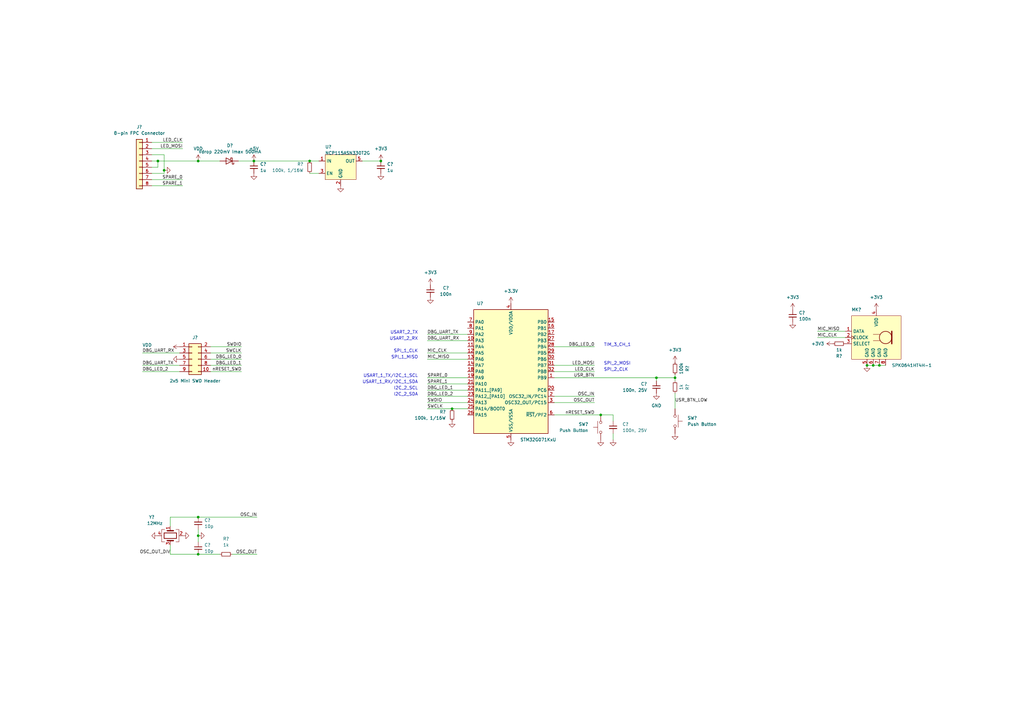
<source format=kicad_sch>
(kicad_sch (version 20230121) (generator eeschema)
  (paper "A3")
  (lib_symbols
    (symbol "Connector_Generic:Conn_01x08" (pin_names (offset 1.016) hide)
      (property "Reference" "J" (at 0 10.16 0))
      (property "Value" "Conn_01x08" (at 0 -12.7 0))
      (symbol "Conn_01x08_1_1"
        (rectangle (start -1.27 -10.033) (end 0 -10.287) (stroke (width 0.1524)))
        (rectangle (start -1.27 -7.493) (end 0 -7.747) (stroke (width 0.1524)))
        (rectangle (start -1.27 -4.953) (end 0 -5.207) (stroke (width 0.1524)))
        (rectangle (start -1.27 -2.413) (end 0 -2.667) (stroke (width 0.1524)))
        (rectangle (start -1.27 0.127) (end 0 -0.127) (stroke (width 0.1524)))
        (rectangle (start -1.27 2.667) (end 0 2.413) (stroke (width 0.1524)))
        (rectangle (start -1.27 5.207) (end 0 4.953) (stroke (width 0.1524)))
        (rectangle (start -1.27 7.747) (end 0 7.493) (stroke (width 0.1524)))
        (rectangle (start -1.27 8.89) (end 1.27 -11.43) (stroke (width 0.254)) (fill (type background)))
        (pin passive line (at -5.08 7.62 0) (length 3.81) (name "Pin_1") (number "1"))
        (pin passive line (at -5.08 5.08 0) (length 3.81) (name "Pin_2") (number "2"))
        (pin passive line (at -5.08 2.54 0) (length 3.81) (name "Pin_3") (number "3"))
        (pin passive line (at -5.08 0 0) (length 3.81) (name "Pin_4") (number "4"))
        (pin passive line (at -5.08 -2.54 0) (length 3.81) (name "Pin_5") (number "5"))
        (pin passive line (at -5.08 -5.08 0) (length 3.81) (name "Pin_6") (number "6"))
        (pin passive line (at -5.08 -7.62 0) (length 3.81) (name "Pin_7") (number "7"))
        (pin passive line (at -5.08 -10.16 0) (length 3.81) (name "Pin_8") (number "8"))
      )
    )
    (symbol "Connector_Generic:Conn_02x05_Odd_Even" (pin_names (offset 1.016) hide)
      (property "Reference" "J" (at 1.27 7.62 0))
      (property "Value" "Conn_02x05_Odd_Even" (at 1.27 -7.62 0))
      (symbol "Conn_02x05_Odd_Even_1_1"
        (rectangle (start -1.27 -4.953) (end 0 -5.207) (stroke (width 0.1524)))
        (rectangle (start -1.27 -2.413) (end 0 -2.667) (stroke (width 0.1524)))
        (rectangle (start -1.27 0.127) (end 0 -0.127) (stroke (width 0.1524)))
        (rectangle (start -1.27 2.667) (end 0 2.413) (stroke (width 0.1524)))
        (rectangle (start -1.27 5.207) (end 0 4.953) (stroke (width 0.1524)))
        (rectangle (start -1.27 6.35) (end 3.81 -6.35) (stroke (width 0.254)) (fill (type background)))
        (rectangle (start 3.81 -4.953) (end 2.54 -5.207) (stroke (width 0.1524)))
        (rectangle (start 3.81 -2.413) (end 2.54 -2.667) (stroke (width 0.1524)))
        (rectangle (start 3.81 0.127) (end 2.54 -0.127) (stroke (width 0.1524)))
        (rectangle (start 3.81 2.667) (end 2.54 2.413) (stroke (width 0.1524)))
        (rectangle (start 3.81 5.207) (end 2.54 4.953) (stroke (width 0.1524)))
        (pin passive line (at -5.08 5.08 0) (length 3.81) (name "Pin_1") (number "1"))
        (pin passive line (at 7.62 -5.08 180) (length 3.81) (name "Pin_10") (number "10"))
        (pin passive line (at 7.62 5.08 180) (length 3.81) (name "Pin_2") (number "2"))
        (pin passive line (at -5.08 2.54 0) (length 3.81) (name "Pin_3") (number "3"))
        (pin passive line (at 7.62 2.54 180) (length 3.81) (name "Pin_4") (number "4"))
        (pin passive line (at -5.08 0 0) (length 3.81) (name "Pin_5") (number "5"))
        (pin passive line (at 7.62 0 180) (length 3.81) (name "Pin_6") (number "6"))
        (pin passive line (at -5.08 -2.54 0) (length 3.81) (name "Pin_7") (number "7"))
        (pin passive line (at 7.62 -2.54 180) (length 3.81) (name "Pin_8") (number "8"))
        (pin passive line (at -5.08 -5.08 0) (length 3.81) (name "Pin_9") (number "9"))
      )
    )
    (symbol "Device:C_Small" (pin_numbers hide) (pin_names (offset 0.254) hide)
      (property "Reference" "C" (at 0.254 1.778 0))
      (property "Value" "C_Small" (at 0.254 -2.032 0))
      (symbol "C_Small_0_1"
        (polyline (pts (xy -1.524 -0.508) (xy 1.524 -0.508)) (stroke (width 0.3302)))
        (polyline (pts (xy -1.524 0.508) (xy 1.524 0.508)) (stroke (width 0.3048)))
      )
      (symbol "C_Small_1_1"
        (pin passive line (at 0 2.54 270) (length 2.032) (name "~") (number "1"))
        (pin passive line (at 0 -2.54 90) (length 2.032) (name "~") (number "2"))
      )
    )
    (symbol "Device:Crystal_GND24" (pin_names (offset 1.016) hide)
      (property "Reference" "Y" (at 3.175 5.08 0))
      (property "Value" "Crystal_GND24" (at 3.175 3.175 0))
      (symbol "Crystal_GND24_0_1"
        (rectangle (start -1.143 2.54) (end 1.143 -2.54) (stroke (width 0.3048)))
        (polyline (pts (xy -2.54 0) (xy -2.032 0)))
        (polyline (pts (xy -2.032 -1.27) (xy -2.032 1.27)) (stroke (width 0.508)))
        (polyline (pts (xy 0 -3.81) (xy 0 -3.556)))
        (polyline (pts (xy 0 3.556) (xy 0 3.81)))
        (polyline (pts (xy 2.032 -1.27) (xy 2.032 1.27)) (stroke (width 0.508)))
        (polyline (pts (xy 2.032 0) (xy 2.54 0)))
        (polyline (pts (xy -2.54 -2.286) (xy -2.54 -3.556) (xy 2.54 -3.556) (xy 2.54 -2.286)))
        (polyline (pts (xy -2.54 2.286) (xy -2.54 3.556) (xy 2.54 3.556) (xy 2.54 2.286)))
      )
      (symbol "Crystal_GND24_1_1"
        (pin passive line (at -3.81 0 0) (length 1.27) (name "1") (number "1"))
        (pin passive line (at 0 5.08 270) (length 1.27) (name "2") (number "2"))
        (pin passive line (at 3.81 0 180) (length 1.27) (name "3") (number "3"))
        (pin passive line (at 0 -5.08 90) (length 1.27) (name "4") (number "4"))
      )
    )
    (symbol "Device:D_Schottky" (pin_numbers hide) (pin_names (offset 1.016) hide)
      (property "Reference" "D" (at 0 2.54 0))
      (property "Value" "D_Schottky" (at 0 -2.54 0))
      (symbol "D_Schottky_0_1"
        (polyline (pts (xy 1.27 0) (xy -1.27 0)))
        (polyline (pts (xy 1.27 1.27) (xy 1.27 -1.27) (xy -1.27 0) (xy 1.27 1.27)) (stroke (width 0.254)))
        (polyline (pts (xy -1.905 0.635) (xy -1.905 1.27) (xy -1.27 1.27) (xy -1.27 -1.27) (xy -0.635 -1.27) (xy -0.635 -0.635)) (stroke (width 0.254)))
      )
      (symbol "D_Schottky_1_1"
        (pin passive line (at -3.81 0 0) (length 2.54) (name "K") (number "1"))
        (pin passive line (at 3.81 0 180) (length 2.54) (name "A") (number "2"))
      )
    )
    (symbol "Device:R_Small" (pin_numbers hide) (pin_names (offset 0.254) hide)
      (property "Reference" "R" (at 0.762 0.508 0))
      (property "Value" "R_Small" (at 0.762 -1.016 0))
      (symbol "R_Small_0_1"
        (rectangle (start -0.762 1.778) (end 0.762 -1.778) (stroke (width 0.2032)))
      )
      (symbol "R_Small_1_1"
        (pin passive line (at 0 2.54 270) (length 0.762) (name "~") (number "1"))
        (pin passive line (at 0 -2.54 90) (length 0.762) (name "~") (number "2"))
      )
    )
    (symbol "MCU_ST_STM32G0:STM32G071KxU"
      (property "Reference" "U" (at -15.24 26.67 0))
      (property "Value" "STM32G071KxU" (at 1.27 26.67 0))
      (symbol "STM32G071KxU_0_1"
        (rectangle (start -15.24 -25.4) (end 15.24 25.4) (stroke (width 0.254)) (fill (type background)))
      )
      (symbol "STM32G071KxU_1_1"
        (pin bidirectional line (at 17.78 -2.54 180) (length 2.54) (name "PB9") (number "1"))
        (pin bidirectional line (at -17.78 12.7 0) (length 2.54) (name "PA3") (number "10"))
        (pin bidirectional line (at -17.78 10.16 0) (length 2.54) (name "PA4") (number "11"))
        (pin bidirectional line (at -17.78 7.62 0) (length 2.54) (name "PA5") (number "12"))
        (pin bidirectional line (at -17.78 5.08 0) (length 2.54) (name "PA6") (number "13"))
        (pin bidirectional line (at -17.78 2.54 0) (length 2.54) (name "PA7") (number "14"))
        (pin bidirectional line (at 17.78 20.32 180) (length 2.54) (name "PB0") (number "15"))
        (pin bidirectional line (at 17.78 17.78 180) (length 2.54) (name "PB1") (number "16"))
        (pin bidirectional line (at 17.78 15.24 180) (length 2.54) (name "PB2") (number "17"))
        (pin bidirectional line (at -17.78 0 0) (length 2.54) (name "PA8") (number "18"))
        (pin bidirectional line (at -17.78 -2.54 0) (length 2.54) (name "PA9") (number "19"))
        (pin bidirectional line (at 17.78 -10.16 180) (length 2.54) (name "OSC32_IN/PC14") (number "2"))
        (pin bidirectional line (at 17.78 -7.62 180) (length 2.54) (name "PC6") (number "20"))
        (pin bidirectional line (at -17.78 -5.08 0) (length 2.54) (name "PA10") (number "21"))
        (pin bidirectional line (at -17.78 -7.62 0) (length 2.54) (name "PA11_[PA9]") (number "22"))
        (pin bidirectional line (at -17.78 -10.16 0) (length 2.54) (name "PA12_[PA10]") (number "23"))
        (pin bidirectional line (at -17.78 -12.7 0) (length 2.54) (name "PA13") (number "24"))
        (pin bidirectional line (at -17.78 -15.24 0) (length 2.54) (name "PA14/BOOT0") (number "25"))
        (pin bidirectional line (at -17.78 -17.78 0) (length 2.54) (name "PA15") (number "26"))
        (pin bidirectional line (at 17.78 12.7 180) (length 2.54) (name "PB3") (number "27"))
        (pin bidirectional line (at 17.78 10.16 180) (length 2.54) (name "PB4") (number "28"))
        (pin bidirectional line (at 17.78 7.62 180) (length 2.54) (name "PB5") (number "29"))
        (pin bidirectional line (at 17.78 -12.7 180) (length 2.54) (name "OSC32_OUT/PC15") (number "3"))
        (pin bidirectional line (at 17.78 5.08 180) (length 2.54) (name "PB6") (number "30"))
        (pin bidirectional line (at 17.78 2.54 180) (length 2.54) (name "PB7") (number "31"))
        (pin bidirectional line (at 17.78 0 180) (length 2.54) (name "PB8") (number "32"))
        (pin passive line (at 0 -27.94 90) (length 2.54) hide (name "VSS/VSSA") (number "33"))
        (pin power_in line (at 0 27.94 270) (length 2.54) (name "VDD/VDDA") (number "4"))
        (pin power_in line (at 0 -27.94 90) (length 2.54) (name "VSS/VSSA") (number "5"))
        (pin bidirectional line (at 17.78 -17.78 180) (length 2.54) (name "~{RST}/PF2") (number "6"))
        (pin bidirectional line (at -17.78 20.32 0) (length 2.54) (name "PA0") (number "7"))
        (pin bidirectional line (at -17.78 17.78 0) (length 2.54) (name "PA1") (number "8"))
        (pin bidirectional line (at -17.78 15.24 0) (length 2.54) (name "PA2") (number "9"))
      )
    )
    (symbol "Switch:SW_Push" (pin_numbers hide) (pin_names (offset 1.016) hide)
      (property "Reference" "SW" (at 1.27 2.54 0))
      (property "Value" "SW_Push" (at 0 -1.524 0))
      (symbol "SW_Push_0_1"
        (circle (center -2.032 0) (radius 0.508))
        (polyline (pts (xy 0 1.27) (xy 0 3.048)))
        (polyline (pts (xy 2.54 1.27) (xy -2.54 1.27)))
        (circle (center 2.032 0) (radius 0.508))
        (pin passive line (at -5.08 0 0) (length 2.54) (name "1") (number "1"))
        (pin passive line (at 5.08 0 180) (length 2.54) (name "2") (number "2"))
      )
    )
    (symbol "power:+3.3V" (power) (pin_names (offset 0))
      (property "Value" "+3.3V" (at 0 3.556 0))
      (symbol "+3.3V_0_1"
        (polyline (pts (xy -0.762 1.27) (xy 0 2.54)))
        (polyline (pts (xy 0 0) (xy 0 2.54)))
        (polyline (pts (xy 0 2.54) (xy 0.762 1.27)))
      )
      (symbol "+3.3V_1_1"
        (pin power_in line (at 0 0 90) (length 0) hide (name "+3.3V") (number "1"))
      )
    )
    (symbol "power:+3V3" (power) (pin_names (offset 0))
      (property "Value" "+3V3" (at 0 3.556 0))
      (symbol "+3V3_0_1"
        (polyline (pts (xy -0.762 1.27) (xy 0 2.54)))
        (polyline (pts (xy 0 0) (xy 0 2.54)))
        (polyline (pts (xy 0 2.54) (xy 0.762 1.27)))
      )
      (symbol "+3V3_1_1"
        (pin power_in line (at 0 0 90) (length 0) hide (name "+3V3") (number "1"))
      )
    )
    (symbol "power:+5V" (power) (pin_names (offset 0))
      (property "Value" "+5V" (at 0 3.556 0))
      (symbol "+5V_0_1"
        (polyline (pts (xy -0.762 1.27) (xy 0 2.54)))
        (polyline (pts (xy 0 0) (xy 0 2.54)))
        (polyline (pts (xy 0 2.54) (xy 0.762 1.27)))
      )
      (symbol "+5V_1_1"
        (pin power_in line (at 0 0 90) (length 0) hide (name "+5V") (number "1"))
      )
    )
    (symbol "power:GND" (power) (pin_names (offset 0))
      (property "Value" "GND" (at 0 -3.81 0))
      (symbol "GND_0_1"
        (polyline (pts (xy 0 0) (xy 0 -1.27) (xy 1.27 -1.27) (xy 0 -2.54) (xy -1.27 -1.27) (xy 0 -1.27)))
      )
      (symbol "GND_1_1"
        (pin power_in line (at 0 0 270) (length 0) hide (name "GND") (number "1"))
      )
    )
    (symbol "power:VDD" (power) (pin_names (offset 0))
      (property "Value" "VDD" (at 0 3.81 0))
      (symbol "VDD_0_1"
        (polyline (pts (xy -0.762 1.27) (xy 0 2.54)))
        (polyline (pts (xy 0 0) (xy 0 2.54)))
        (polyline (pts (xy 0 2.54) (xy 0.762 1.27)))
      )
      (symbol "VDD_1_1"
        (pin power_in line (at 0 0 90) (length 0) hide (name "VDD") (number "1"))
      )
    )
    (symbol "rave_shades:NCP115ASN330T2G"
      (property "Reference" "U" (at -6.35 5.08 0))
      (property "Value" "NCP115ASN330T2G" (at 2.54 -7.62 0))
      (symbol "NCP115ASN330T2G_0_1"
        (rectangle (start -6.35 5.08) (end 6.35 -5.08) (fill (type background)))
      )
      (symbol "NCP115ASN330T2G_1_1"
        (pin power_in line (at -8.89 2.54 0) (length 2.54) (name "IN") (number "1"))
        (pin power_in line (at 0 -7.62 90) (length 2.54) (name "GND") (number "2"))
        (pin input line (at -8.89 -2.54 0) (length 2.54) (name "EN") (number "3"))
        (pin power_out line (at 8.89 2.54 180) (length 2.54) (name "OUT") (number "5"))
      )
    )
    (symbol "rave_shades:SPK0641HT4H-1" (pin_names (offset 0.635))
      (property "Reference" "MK?" (at 11.43 1.2701 0))
      (property "Value" "SPK0641HT4H-1" (at 11.43 -1.2699 0))
      (symbol "SPK0641HT4H-1_0_1"
        (rectangle (start -10.16 8.89) (end 10.16 -8.89) (fill (type background)))
      )
      (symbol "SPK0641HT4H-1_1_1"
        (polyline (pts (xy 1.5494 1.27) (xy -1.27 1.27)))
        (polyline (pts (xy 1.6002 -1.27) (xy -1.27 -1.27)))
        (polyline (pts (xy 6.35 2.54) (xy 6.35 -2.54)) (stroke (width 0.508)))
        (circle (center 3.81 0) (radius 2.54) (stroke (width 0.254)))
        (pin output line (at -12.7 2.54 0) (length 2.54) (name "DATA") (number "1"))
        (pin input clock (at -12.7 0 0) (length 2.54) (name "CLOCK") (number "2"))
        (pin input line (at -12.7 -2.54 0) (length 2.54) (name "SELECT") (number "3"))
        (pin power_in line (at 0 11.43 270) (length 2.54) (name "VDD") (number "4"))
        (pin power_in line (at -3.81 -11.43 90) (length 2.54) (name "GND") (number "5"))
        (pin power_in line (at -1.27 -11.43 90) (length 2.54) (name "GND") (number "6"))
        (pin power_in line (at 1.27 -11.43 90) (length 2.54) (name "GND") (number "7"))
        (pin power_in line (at 3.81 -11.43 90) (length 2.54) (name "GND") (number "8"))
      )
    )
  )
  (junction (at 358.14 149.86))
  (junction (at 156.21 66.04))
  (junction (at 246.38 170.18))
  (junction (at 64.77 66.04))
  (junction (at 185.42 167.64))
  (junction (at 67.31 69.85))
  (junction (at 81.28 212.09))
  (junction (at 276.86 154.94))
  (junction (at 127 66.04))
  (junction (at 360.68 149.86))
  (junction (at 81.28 66.04))
  (junction (at 104.14 66.04))
  (junction (at 81.28 227.33))
  (junction (at 355.6 149.86))
  (junction (at 269.24 154.94))
  (junction (at 81.28 219.71))
  (wire (pts (xy 62.23 68.58) (xy 64.77 68.58)))
  (wire (pts (xy 69.85 227.33) (xy 81.28 227.33)))
  (wire (pts (xy 81.28 219.71) (xy 81.28 222.25)))
  (wire (pts (xy 69.85 212.09) (xy 81.28 212.09)))
  (wire (pts (xy 58.42 149.86) (xy 73.66 149.86)))
  (wire (pts (xy 69.85 212.09) (xy 69.85 215.9)))
  (wire (pts (xy 175.26 139.7) (xy 191.77 139.7)))
  (wire (pts (xy 69.85 223.52) (xy 69.85 227.33)))
  (wire (pts (xy 64.77 68.58) (xy 64.77 66.04)))
  (wire (pts (xy 276.86 161.29) (xy 276.86 167.64)))
  (wire (pts (xy 175.26 167.64) (xy 185.42 167.64)))
  (wire (pts (xy 269.24 154.94) (xy 269.24 156.21)))
  (wire (pts (xy 58.42 152.4) (xy 73.66 152.4)))
  (wire (pts (xy 62.23 73.66) (xy 74.93 73.66)))
  (wire (pts (xy 62.23 60.96) (xy 74.93 60.96)))
  (wire (pts (xy 62.23 76.2) (xy 74.93 76.2)))
  (wire (pts (xy 276.86 153.67) (xy 276.86 154.94)))
  (wire (pts (xy 81.28 212.09) (xy 105.41 212.09)))
  (wire (pts (xy 95.25 227.33) (xy 105.41 227.33)))
  (wire (pts (xy 175.26 154.94) (xy 191.77 154.94)))
  (wire (pts (xy 127 66.04) (xy 130.81 66.04)))
  (wire (pts (xy 64.77 66.04) (xy 81.28 66.04)))
  (wire (pts (xy 175.26 144.78) (xy 191.77 144.78)))
  (wire (pts (xy 62.23 63.5) (xy 67.31 63.5)))
  (wire (pts (xy 185.42 167.64) (xy 191.77 167.64)))
  (wire (pts (xy 81.28 217.17) (xy 81.28 219.71)))
  (wire (pts (xy 251.46 177.8) (xy 251.46 180.34)))
  (wire (pts (xy 97.79 66.04) (xy 104.14 66.04)))
  (wire (pts (xy 269.24 154.94) (xy 276.86 154.94)))
  (wire (pts (xy 104.14 66.04) (xy 127 66.04)))
  (wire (pts (xy 67.31 71.12) (xy 62.23 71.12)))
  (wire (pts (xy 86.36 144.78) (xy 99.06 144.78)))
  (wire (pts (xy 246.38 170.18) (xy 251.46 170.18)))
  (wire (pts (xy 86.36 142.24) (xy 99.06 142.24)))
  (wire (pts (xy 358.14 149.86) (xy 360.68 149.86)))
  (wire (pts (xy 227.33 162.56) (xy 243.84 162.56)))
  (wire (pts (xy 86.36 152.4) (xy 99.06 152.4)))
  (wire (pts (xy 81.28 227.33) (xy 90.17 227.33)))
  (wire (pts (xy 175.26 160.02) (xy 191.77 160.02)))
  (wire (pts (xy 227.33 149.86) (xy 243.84 149.86)))
  (wire (pts (xy 355.6 149.86) (xy 358.14 149.86)))
  (wire (pts (xy 175.26 165.1) (xy 191.77 165.1)))
  (wire (pts (xy 67.31 69.85) (xy 67.31 71.12)))
  (wire (pts (xy 175.26 137.16) (xy 191.77 137.16)))
  (wire (pts (xy 86.36 149.86) (xy 99.06 149.86)))
  (wire (pts (xy 58.42 144.78) (xy 73.66 144.78)))
  (wire (pts (xy 86.36 147.32) (xy 99.06 147.32)))
  (wire (pts (xy 335.28 138.43) (xy 346.71 138.43)))
  (wire (pts (xy 62.23 66.04) (xy 64.77 66.04)))
  (wire (pts (xy 276.86 154.94) (xy 276.86 156.21)))
  (wire (pts (xy 67.31 63.5) (xy 67.31 69.85)))
  (wire (pts (xy 148.59 66.04) (xy 156.21 66.04)))
  (wire (pts (xy 227.33 154.94) (xy 269.24 154.94)))
  (wire (pts (xy 227.33 142.24) (xy 243.84 142.24)))
  (wire (pts (xy 227.33 170.18) (xy 246.38 170.18)))
  (wire (pts (xy 360.68 149.86) (xy 363.22 149.86)))
  (wire (pts (xy 335.28 135.89) (xy 346.71 135.89)))
  (wire (pts (xy 251.46 170.18) (xy 251.46 172.72)))
  (wire (pts (xy 175.26 147.32) (xy 191.77 147.32)))
  (wire (pts (xy 81.28 66.04) (xy 90.17 66.04)))
  (wire (pts (xy 227.33 152.4) (xy 243.84 152.4)))
  (wire (pts (xy 227.33 165.1) (xy 243.84 165.1)))
  (wire (pts (xy 175.26 157.48) (xy 191.77 157.48)))
  (wire (pts (xy 175.26 162.56) (xy 191.77 162.56)))
  (wire (pts (xy 62.23 58.42) (xy 74.93 58.42)))
  (wire (pts (xy 127 71.12) (xy 130.81 71.12)))
  (text "SPI_2_MOSI" (at 247.65 149.86 0) (effects (font (size 1.27 1.27)) (justify left bottom)))
  (text "I2C_2_SCL" (at 171.45 160.02 0) (effects (font (size 1.27 1.27)) (justify right bottom)))
  (text "USART_2_RX" (at 171.45 139.7 0) (effects (font (size 1.27 1.27)) (justify right bottom)))
  (text "SPI_1_CLK" (at 171.45 144.78 0) (effects (font (size 1.27 1.27)) (justify right bottom)))
  (text "SPI_2_CLK" (at 247.65 152.4 0) (effects (font (size 1.27 1.27)) (justify left bottom)))
  (text "I2C_2_SDA" (at 171.45 162.56 0) (effects (font (size 1.27 1.27)) (justify right bottom)))
  (text "TIM_3_CH_1" (at 247.65 142.24 0) (effects (font (size 1.27 1.27)) (justify left bottom)))
  (text "USART_2_TX" (at 171.45 137.16 0) (effects (font (size 1.27 1.27)) (justify right bottom)))
  (text "USART_1_TX/I2C_1_SCL" (at 171.45 154.94 0) (effects (font (size 1.27 1.27)) (justify right bottom)))
  (text "SPI_1_MISO" (at 171.45 147.32 0) (effects (font (size 1.27 1.27)) (justify right bottom)))
  (text "USART_1_RX/I2C_1_SDA" (at 171.45 157.48 0) (effects (font (size 1.27 1.27)) (justify right bottom)))
  (label "MIC_CLK" (at 335.28 138.43 0))
  (label "nRESET_SWD" (at 99.06 152.4 180))
  (label "SPARE_0" (at 175.26 154.94 0))
  (label "LED_CLK" (at 74.93 58.42 180))
  (label "MIC_MISO" (at 175.26 147.32 0))
  (label "SPARE_1" (at 175.26 157.48 0))
  (label "DBG_UART_RX" (at 58.42 144.78 0))
  (label "DBG_LED_1" (at 99.06 149.86 180))
  (label "SWDIO" (at 175.26 165.1 0))
  (label "LED_MOSI" (at 243.84 149.86 180))
  (label "nRESET_SWD" (at 243.84 170.18 180))
  (label "OSC_IN" (at 243.84 162.56 180))
  (label "LED_CLK" (at 243.84 152.4 180))
  (label "OSC_OUT" (at 105.41 227.33 180))
  (label "SPARE_0" (at 74.93 73.66 180))
  (label "SWCLK" (at 175.26 167.64 0))
  (label "SWCLK" (at 99.06 144.78 180))
  (label "OSC_OUT_DIV" (at 69.85 227.33 180))
  (label "DBG_LED_2" (at 58.42 152.4 0))
  (label "DBG_UART_TX" (at 58.42 149.86 0))
  (label "USR_BTN_LOW" (at 276.86 165.1 0))
  (label "USR_BTN" (at 243.84 154.94 180))
  (label "OSC_OUT" (at 243.84 165.1 180))
  (label "DBG_LED_2" (at 175.26 162.56 0))
  (label "DBG_LED_1" (at 175.26 160.02 0))
  (label "DBG_LED_0" (at 243.84 142.24 180))
  (label "MIC_MISO" (at 335.28 135.89 0))
  (label "SPARE_1" (at 74.93 76.2 180))
  (label "OSC_IN" (at 105.41 212.09 180))
  (label "LED_MOSI" (at 74.93 60.96 180))
  (label "DBG_LED_0" (at 99.06 147.32 180))
  (label "MIC_CLK" (at 175.26 144.78 0))
  (label "DBG_UART_TX" (at 175.26 137.16 0))
  (label "SWDIO" (at 99.06 142.24 180))
  (label "DBG_UART_RX" (at 175.26 139.7 0))
  (symbol (lib_id "Connector_Generic:Conn_01x08") (at 57.15 66.04 0) (mirror y) (unit 1)
    (property "Reference" "J?" (at 57.15 52.07 0))
    (property "Value" "8-pin FPC Connector" (at 57.15 54.61 0))
    (property "Item Link" "https://www.digikey.com.au/en/products/detail/molex/5052780833/5874865" (effects hide))
  )
  (symbol (lib_id "power:GND") (at 156.21 71.12 0) (unit 1)
    (property "Reference" "#PWR?" (effects hide))
    (property "Value" "GND" (effects hide))
  )
  (symbol (lib_id "power:+3V3") (at 341.63 140.97 90) (unit 1)
    (property "Reference" "#PWR?" (effects hide))
    (property "Value" "+3V3" (at 332.74 140.97 90) (effects (justify right)))
  )
  (symbol (lib_id "Device:R_Small") (at 127 68.58 0) (mirror y) (unit 1)
    (property "Reference" "R?" (at 124.46 67.31 0) (effects (justify left)))
    (property "Value" "100k, 1/16W" (at 124.46 69.85 0) (effects (justify left)))
    (property "Footprint" "Resistor_SMD:R_0805_2012Metric_Pad1.20x1.40mm_HandSolder" (effects hide))
    (property "Description" "100 kOhms ±1% 0.125W, 1/8W Chip Resistor 0805 (2012 Metric) Automotive AEC-Q200 Thick Film" (effects hide))
    (property "Digi-Key Part Number" "RMCF0805FT100KCT-ND" (effects hide))
  )
  (symbol (lib_id "power:+5V") (at 104.14 66.04 0) (unit 1)
    (property "Reference" "#PWR?" (effects hide))
    (property "Value" "+5V" (at 104.14 60.96 0))
  )
  (symbol (lib_id "power:GND") (at 185.42 172.72 0) (unit 1)
    (property "Reference" "#PWR?" (effects hide))
    (property "Value" "GND" (effects hide))
  )
  (symbol (lib_id "Device:R_Small") (at 276.86 151.13 180) (unit 1)
    (property "Reference" "R?" (at 281.94 151.13 90))
    (property "Value" "100k" (at 279.4 151.13 90))
  )
  (symbol (lib_id "power:GND") (at 176.53 121.92 0) (unit 1)
    (property "Reference" "#PWR?" (effects hide))
    (property "Value" "GND" (effects hide))
  )
  (symbol (lib_id "power:GND") (at 73.66 147.32 270) (unit 1)
    (property "Reference" "#PWR?" (effects hide))
    (property "Value" "GND" (effects hide))
  )
  (symbol (lib_id "power:GND") (at 269.24 161.29 0) (mirror y) (unit 1)
    (property "Reference" "#PWR?" (effects hide))
    (property "Value" "GND" (at 269.24 166.37 0))
  )
  (symbol (lib_id "Device:C_Small") (at 81.28 224.79 0) (unit 1)
    (property "Reference" "C?" (at 83.82 223.5262 0) (effects (justify left)))
    (property "Value" "10p" (at 83.82 226.0662 0) (effects (justify left)))
    (property "Item Link" "https://www.digikey.com.au/en/products/detail/yageo/CC0402FRNPO9BN100/5195049" (effects hide))
  )
  (symbol (lib_id "power:GND") (at 139.7 76.2 0) (unit 1)
    (property "Reference" "#PWR?" (effects hide))
    (property "Value" "GND" (effects hide))
  )
  (symbol (lib_id "power:GND") (at 74.93 219.71 90) (unit 1)
    (property "Reference" "#PWR?" (effects hide))
    (property "Value" "GND" (effects hide))
  )
  (symbol (lib_id "Device:R_Small") (at 185.42 170.18 0) (mirror y) (unit 1)
    (property "Reference" "R?" (at 182.88 168.91 0) (effects (justify left)))
    (property "Value" "100k, 1/16W" (at 182.88 171.45 0) (effects (justify left)))
    (property "Footprint" "Resistor_SMD:R_0805_2012Metric_Pad1.20x1.40mm_HandSolder" (effects hide))
    (property "Description" "100 kOhms ±1% 0.125W, 1/8W Chip Resistor 0805 (2012 Metric) Automotive AEC-Q200 Thick Film" (effects hide))
    (property "Digi-Key Part Number" "RMCF0805FT100KCT-ND" (effects hide))
  )
  (symbol (lib_id "power:+3V3") (at 176.53 116.84 0) (unit 1)
    (property "Reference" "#PWR?" (effects hide))
    (property "Value" "+3V3" (at 176.53 111.76 0))
  )
  (symbol (lib_id "power:GND") (at 325.12 132.08 0) (unit 1)
    (property "Reference" "#PWR?" (effects hide))
    (property "Value" "GND" (effects hide))
  )
  (symbol (lib_id "power:GND") (at 67.31 69.85 90) (unit 1)
    (property "Reference" "#PWR?" (effects hide))
    (property "Value" "GND" (effects hide))
  )
  (symbol (lib_id "rave_shades:SPK0641HT4H-1") (at 359.41 138.43 0) (unit 1)
    (property "Reference" "MK?" (at 349.25 127 0) (effects (justify left)))
    (property "Value" "SPK0641HT4H-1" (at 365.76 149.86 0) (effects (justify left)))
    (property "Footprint" "Sensor_Audio:Knowles_LGA-5_3.5x2.65mm" (effects hide))
    (property "Datasheet" "https://www.knowles.com/docs/default-source/model-downloads/spk0641ht4h-1-rev-a.pdf" (effects hide))
    (property "Item Link" "https://www.digikey.com.au/en/products/detail/knowles/SPK0641HT4H-1/8573345" (effects hide))
  )
  (symbol (lib_id "Device:C_Small") (at 81.28 214.63 180) (unit 1)
    (property "Reference" "C?" (at 83.82 213.3535 0) (effects (justify right)))
    (property "Value" "10p" (at 83.82 215.8935 0) (effects (justify right)))
    (property "Item Link" "https://www.digikey.com.au/en/products/detail/yageo/CC0402FRNPO9BN100/5195049" (effects hide))
  )
  (symbol (lib_id "power:GND") (at 246.38 180.34 0) (unit 1)
    (property "Reference" "#PWR?" (effects hide))
    (property "Value" "GND" (effects hide))
  )
  (symbol (lib_id "MCU_ST_STM32G0:STM32G071KxU") (at 209.55 152.4 0) (unit 1)
    (property "Reference" "U?" (at 195.58 124.46 0) (effects (justify left)))
    (property "Value" "STM32G071KxU" (at 213.36 180.34 0) (effects (justify left)))
    (property "Footprint" "Package_DFN_QFN:UFQFPN-32-1EP_5x5mm_P0.5mm_EP3.5x3.5mm_ThermalVias" (effects hide))
    (property "Datasheet" "https://www.st.com/resource/en/datasheet/stm32g071kb.pdf" (effects hide))
  )
  (symbol (lib_id "power:+3V3") (at 325.12 127 0) (unit 1)
    (property "Reference" "#PWR?" (effects hide))
    (property "Value" "+3V3" (at 325.12 121.92 0))
  )
  (symbol (lib_id "power:VDD") (at 73.66 142.24 90) (unit 1)
    (property "Reference" "#PWR?" (effects hide))
    (property "Value" "VDD" (at 58.42 142.24 90) (effects (justify right top)))
  )
  (symbol (lib_id "Device:C_Small") (at 269.24 158.75 0) (mirror y) (unit 1)
    (property "Reference" "C?" (at 265.43 157.48 0) (effects (justify left)))
    (property "Value" "100n, 25V" (at 265.43 160.02 0) (effects (justify left)))
    (property "Footprint" "Capacitor_SMD:C_0805_2012Metric_Pad1.18x1.45mm_HandSolder" (effects hide))
    (property "Description" "0.1µF ±20% 50V Ceramic Capacitor X7R 0805 (2012 Metric)" (effects hide))
    (property "Digi-Key Part Number" "1276-2450-1-ND" (effects hide))
  )
  (symbol (lib_id "Device:C_Small") (at 156.21 68.58 0) (unit 1)
    (property "Reference" "C?" (at 158.75 67.3162 0) (effects (justify left)))
    (property "Value" "1u" (at 158.75 69.8562 0) (effects (justify left)))
  )
  (symbol (lib_id "Device:C_Small") (at 251.46 175.26 0) (unit 1)
    (property "Reference" "C?" (at 255.27 173.99 0) (effects (justify left)))
    (property "Value" "100n, 25V" (at 255.27 176.53 0) (effects (justify left)))
    (property "Footprint" "Capacitor_SMD:C_0805_2012Metric_Pad1.18x1.45mm_HandSolder" (effects hide))
    (property "Description" "0.1µF ±20% 50V Ceramic Capacitor X7R 0805 (2012 Metric)" (effects hide))
    (property "Digi-Key Part Number" "1276-2450-1-ND" (effects hide))
  )
  (symbol (lib_id "Device:Crystal_GND24") (at 69.85 219.71 270) (unit 1)
    (property "Reference" "Y?" (at 62.23 212.09 90))
    (property "Value" "12MHz" (at 63.5 214.63 90))
    (property "Datasheet" "https://ecsxtal.com/store/pdf/ECX-2236B2.pdf" (effects hide))
    (property "Item Link" "https://www.digikey.com.au/en/products/detail/ecs-inc/ECS-120-10-36B2-CWY-TR/14548848" (effects hide))
  )
  (symbol (lib_id "Switch:SW_Push") (at 276.86 172.72 270) (mirror x) (unit 1)
    (property "Reference" "SW?" (at 281.94 171.45 90) (effects (justify left)))
    (property "Value" "Push Button" (at 281.94 173.99 90) (effects (justify left)))
    (property "Footprint" "Button_Switch_SMD:SW_SPST_CK_KXT3" (effects hide))
    (property "Digi-Key Part Number" "CKN10779CT-ND" (effects hide))
    (property "Description" "Tactile Switch SPST-NO Top Actuated Surface Mount" (effects hide))
  )
  (symbol (lib_id "power:+3V3") (at 276.86 148.59 0) (unit 1)
    (property "Reference" "#PWR?" (effects hide))
    (property "Value" "+3V3" (at 276.86 143.51 0))
  )
  (symbol (lib_id "Device:R_Small") (at 276.86 158.75 180) (unit 1)
    (property "Reference" "R?" (at 281.94 158.75 90))
    (property "Value" "1k" (at 279.4 158.75 90))
  )
  (symbol (lib_id "Device:C_Small") (at 325.12 129.54 0) (unit 1)
    (property "Reference" "C?" (at 327.66 128.2762 0) (effects (justify left)))
    (property "Value" "100n" (at 327.66 130.8162 0) (effects (justify left)))
  )
  (symbol (lib_id "power:GND") (at 355.6 149.86 0) (unit 1)
    (property "Reference" "#PWR?" (effects hide))
    (property "Value" "GND" (effects hide))
  )
  (symbol (lib_id "power:GND") (at 276.86 177.8 0) (unit 1)
    (property "Reference" "#PWR?" (effects hide))
    (property "Value" "GND" (effects hide))
  )
  (symbol (lib_id "power:GND") (at 251.46 180.34 0) (unit 1)
    (property "Reference" "#PWR?" (effects hide))
    (property "Value" "GND" (effects hide))
  )
  (symbol (lib_id "power:GND") (at 81.28 219.71 90) (unit 1)
    (property "Reference" "#PWR?" (effects hide))
    (property "Value" "GND" (effects hide))
  )
  (symbol (lib_id "Device:D_Schottky") (at 93.98 66.04 180) (unit 1)
    (property "Reference" "D?" (at 94.2975 59.69 0))
    (property "Value" "Vdrop 220mV Imax 500mA" (at 94.2975 62.23 0))
    (property "Datasheet" "https://my.centralsemi.com/datasheets/CFSH05-20L.PDF" (effects hide))
    (property "Item Link" "https://www.digikey.com.au/en/products/detail/central-semiconductor-corp/CFSH05-20L-TR-PBFREE/4807452" (effects hide))
  )
  (symbol (lib_id "Switch:SW_Push") (at 246.38 175.26 90) (unit 1)
    (property "Reference" "SW?" (at 241.3 173.99 90) (effects (justify left)))
    (property "Value" "Push Button" (at 241.3 176.53 90) (effects (justify left)))
    (property "Footprint" "Button_Switch_SMD:SW_SPST_CK_KXT3" (effects hide))
    (property "Digi-Key Part Number" "CKN10779CT-ND" (effects hide))
    (property "Description" "Tactile Switch SPST-NO Top Actuated Surface Mount" (effects hide))
  )
  (symbol (lib_id "rave_shades:NCP115ASN330T2G") (at 139.7 68.58 0) (unit 1)
    (property "Reference" "U?" (at 133.35 60.96 0) (effects (justify left bottom)))
    (property "Value" "NCP115ASN330T2G" (at 133.35 63.5 0) (effects (justify left bottom)))
    (property "Footprint" "Package_DFN_QFN:OnSemi_XDFN4-1EP_1.0x1.0mm_EP0.52x0.52mm" (effects hide))
    (property "Datasheet" "https://www.onsemi.com/pdf/datasheet/ncp115-d.pdf" (effects hide))
    (property "Item Link" "https://www.digikey.com.au/en/products/detail/onsemi/NCP115ASN330T2G/9764776" (effects hide))
  )
  (symbol (lib_id "power:+3V3") (at 156.21 66.04 0) (unit 1)
    (property "Reference" "#PWR?" (effects hide))
    (property "Value" "+3V3" (at 156.21 60.96 0))
  )
  (symbol (lib_id "Device:R_Small") (at 344.17 140.97 90) (unit 1)
    (property "Reference" "R?" (at 344.17 146.05 90))
    (property "Value" "1k" (at 344.17 143.51 90))
  )
  (symbol (lib_id "power:VDD") (at 81.28 66.04 0) (unit 1)
    (property "Reference" "#PWR?" (effects hide))
    (property "Value" "VDD" (at 81.28 60.96 0))
  )
  (symbol (lib_id "power:GND") (at 104.14 71.12 0) (unit 1)
    (property "Reference" "#PWR?" (effects hide))
    (property "Value" "GND" (effects hide))
  )
  (symbol (lib_id "Device:C_Small") (at 176.53 119.38 0) (unit 1)
    (property "Reference" "C?" (at 181.61 118.11 0) (effects (justify left)))
    (property "Value" "100n" (at 180.34 120.65 0) (effects (justify left)))
  )
  (symbol (lib_id "Connector_Generic:Conn_02x05_Odd_Even") (at 78.74 147.32 0) (unit 1)
    (property "Reference" "J?" (at 80.01 138.43 0))
    (property "Value" "2x5 Mini SWD Header" (at 80.01 156.21 0))
    (property "Item Link" "https://au.mouser.com/ProductDetail/Adafruit/4048?qs=vLWxofP3U2w8elR0g2xP%252BA%3D%3D" (effects hide))
  )
  (symbol (lib_id "power:GND") (at 64.77 219.71 270) (unit 1)
    (property "Reference" "#PWR?" (effects hide))
    (property "Value" "GND" (effects hide))
  )
  (symbol (lib_id "power:+3.3V") (at 209.55 124.46 0) (unit 1)
    (property "Reference" "#PWR?" (effects hide))
    (property "Value" "+3.3V" (at 209.55 119.38 0))
  )
  (symbol (lib_id "Device:C_Small") (at 104.14 68.58 0) (unit 1)
    (property "Reference" "C?" (at 106.68 67.3162 0) (effects (justify left)))
    (property "Value" "1u" (at 106.68 69.8562 0) (effects (justify left)))
  )
  (symbol (lib_id "power:+3V3") (at 359.41 127 0) (unit 1)
    (property "Reference" "#PWR?" (effects hide))
    (property "Value" "+3V3" (at 359.41 121.92 0))
  )
  (symbol (lib_id "Device:R_Small") (at 92.71 227.33 90) (unit 1)
    (property "Reference" "R?" (at 92.71 220.98 90))
    (property "Value" "1k" (at 92.71 223.52 90))
  )
  (symbol (lib_id "power:GND") (at 209.55 180.34 0) (unit 1)
    (property "Reference" "#PWR?" (effects hide))
    (property "Value" "GND" (effects hide))
  )
)
</source>
